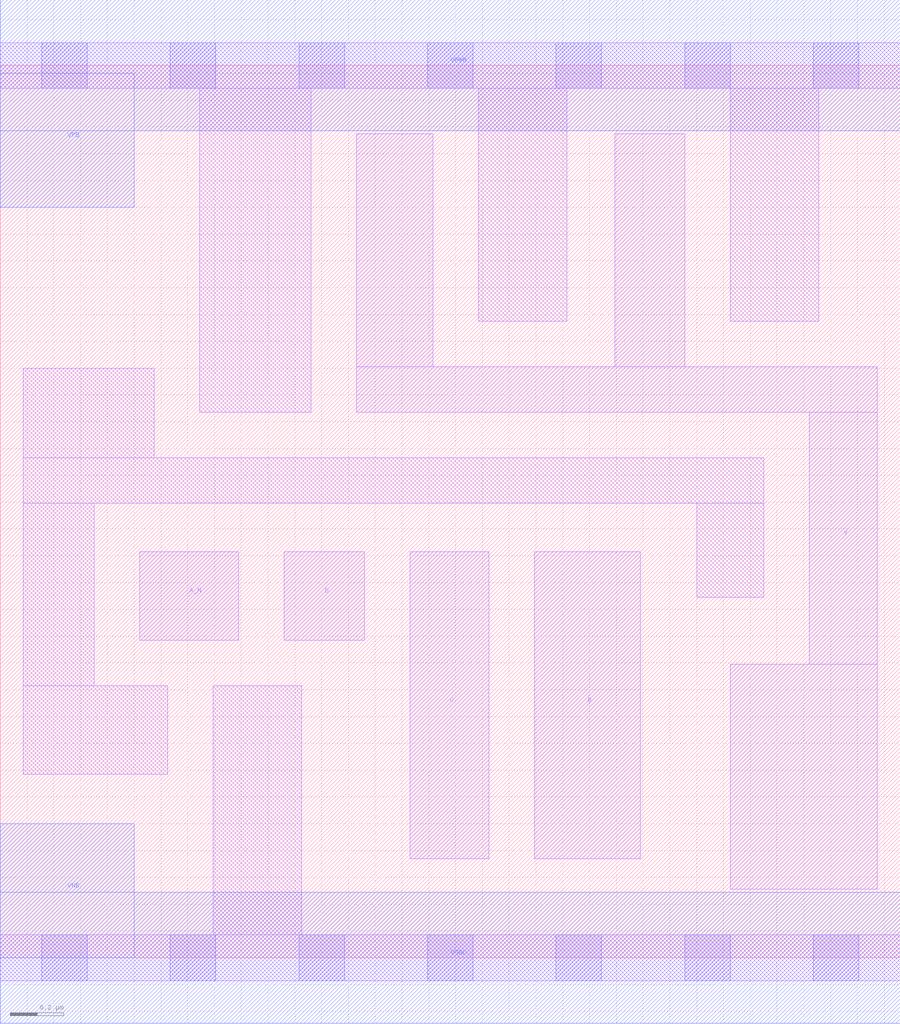
<source format=lef>
# Copyright 2020 The SkyWater PDK Authors
#
# Licensed under the Apache License, Version 2.0 (the "License");
# you may not use this file except in compliance with the License.
# You may obtain a copy of the License at
#
#     https://www.apache.org/licenses/LICENSE-2.0
#
# Unless required by applicable law or agreed to in writing, software
# distributed under the License is distributed on an "AS IS" BASIS,
# WITHOUT WARRANTIES OR CONDITIONS OF ANY KIND, either express or implied.
# See the License for the specific language governing permissions and
# limitations under the License.
#
# SPDX-License-Identifier: Apache-2.0

VERSION 5.5 ;
NAMESCASESENSITIVE ON ;
BUSBITCHARS "[]" ;
DIVIDERCHAR "/" ;
MACRO sky130_fd_sc_lp__nand4b_1
  CLASS CORE ;
  SOURCE USER ;
  ORIGIN  0.000000  0.000000 ;
  SIZE  3.360000 BY  3.330000 ;
  SYMMETRY X Y R90 ;
  SITE unit ;
  PIN A_N
    ANTENNAGATEAREA  0.126000 ;
    DIRECTION INPUT ;
    USE SIGNAL ;
    PORT
      LAYER li1 ;
        RECT 0.520000 1.185000 0.890000 1.515000 ;
    END
  END A_N
  PIN B
    ANTENNAGATEAREA  0.315000 ;
    DIRECTION INPUT ;
    USE SIGNAL ;
    PORT
      LAYER li1 ;
        RECT 1.995000 0.370000 2.390000 1.515000 ;
    END
  END B
  PIN C
    ANTENNAGATEAREA  0.315000 ;
    DIRECTION INPUT ;
    USE SIGNAL ;
    PORT
      LAYER li1 ;
        RECT 1.530000 0.370000 1.825000 1.515000 ;
    END
  END C
  PIN D
    ANTENNAGATEAREA  0.315000 ;
    DIRECTION INPUT ;
    USE SIGNAL ;
    PORT
      LAYER li1 ;
        RECT 1.060000 1.185000 1.360000 1.515000 ;
    END
  END D
  PIN Y
    ANTENNADIFFAREA  0.928200 ;
    DIRECTION OUTPUT ;
    USE SIGNAL ;
    PORT
      LAYER li1 ;
        RECT 1.330000 2.035000 3.275000 2.205000 ;
        RECT 1.330000 2.205000 1.615000 3.075000 ;
        RECT 2.295000 2.205000 2.555000 3.075000 ;
        RECT 2.725000 0.255000 3.275000 1.095000 ;
        RECT 3.020000 1.095000 3.275000 2.035000 ;
    END
  END Y
  PIN VGND
    DIRECTION INOUT ;
    USE GROUND ;
    PORT
      LAYER met1 ;
        RECT 0.000000 -0.245000 3.360000 0.245000 ;
    END
  END VGND
  PIN VNB
    DIRECTION INOUT ;
    USE GROUND ;
    PORT
      LAYER met1 ;
        RECT 0.000000 0.000000 0.500000 0.500000 ;
    END
  END VNB
  PIN VPB
    DIRECTION INOUT ;
    USE POWER ;
    PORT
      LAYER met1 ;
        RECT 0.000000 2.800000 0.500000 3.300000 ;
    END
  END VPB
  PIN VPWR
    DIRECTION INOUT ;
    USE POWER ;
    PORT
      LAYER met1 ;
        RECT 0.000000 3.085000 3.360000 3.575000 ;
    END
  END VPWR
  OBS
    LAYER li1 ;
      RECT 0.000000 -0.085000 3.360000 0.085000 ;
      RECT 0.000000  3.245000 3.360000 3.415000 ;
      RECT 0.085000  0.685000 0.625000 1.015000 ;
      RECT 0.085000  1.015000 0.350000 1.695000 ;
      RECT 0.085000  1.695000 2.850000 1.865000 ;
      RECT 0.085000  1.865000 0.575000 2.200000 ;
      RECT 0.745000  2.035000 1.160000 3.245000 ;
      RECT 0.795000  0.085000 1.125000 1.015000 ;
      RECT 1.785000  2.375000 2.115000 3.245000 ;
      RECT 2.600000  1.345000 2.850000 1.695000 ;
      RECT 2.725000  2.375000 3.055000 3.245000 ;
    LAYER mcon ;
      RECT 0.155000 -0.085000 0.325000 0.085000 ;
      RECT 0.155000  3.245000 0.325000 3.415000 ;
      RECT 0.635000 -0.085000 0.805000 0.085000 ;
      RECT 0.635000  3.245000 0.805000 3.415000 ;
      RECT 1.115000 -0.085000 1.285000 0.085000 ;
      RECT 1.115000  3.245000 1.285000 3.415000 ;
      RECT 1.595000 -0.085000 1.765000 0.085000 ;
      RECT 1.595000  3.245000 1.765000 3.415000 ;
      RECT 2.075000 -0.085000 2.245000 0.085000 ;
      RECT 2.075000  3.245000 2.245000 3.415000 ;
      RECT 2.555000 -0.085000 2.725000 0.085000 ;
      RECT 2.555000  3.245000 2.725000 3.415000 ;
      RECT 3.035000 -0.085000 3.205000 0.085000 ;
      RECT 3.035000  3.245000 3.205000 3.415000 ;
  END
END sky130_fd_sc_lp__nand4b_1

</source>
